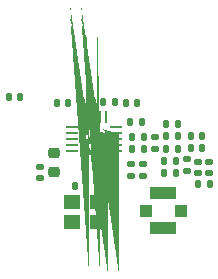
<source format=gbr>
%TF.GenerationSoftware,KiCad,Pcbnew,6.0.11-2627ca5db0~126~ubuntu22.04.1*%
%TF.CreationDate,2023-09-29T09:09:19+02:00*%
%TF.ProjectId,CC1101_868MHz_UFL_RF_Modul_FUEL4EP,43433131-3031-45f3-9836-384d487a5f55,1.5*%
%TF.SameCoordinates,Original*%
%TF.FileFunction,Paste,Top*%
%TF.FilePolarity,Positive*%
%FSLAX46Y46*%
G04 Gerber Fmt 4.6, Leading zero omitted, Abs format (unit mm)*
G04 Created by KiCad (PCBNEW 6.0.11-2627ca5db0~126~ubuntu22.04.1) date 2023-09-29 09:09:19*
%MOMM*%
%LPD*%
G01*
G04 APERTURE LIST*
G04 Aperture macros list*
%AMRoundRect*
0 Rectangle with rounded corners*
0 $1 Rounding radius*
0 $2 $3 $4 $5 $6 $7 $8 $9 X,Y pos of 4 corners*
0 Add a 4 corners polygon primitive as box body*
4,1,4,$2,$3,$4,$5,$6,$7,$8,$9,$2,$3,0*
0 Add four circle primitives for the rounded corners*
1,1,$1+$1,$2,$3*
1,1,$1+$1,$4,$5*
1,1,$1+$1,$6,$7*
1,1,$1+$1,$8,$9*
0 Add four rect primitives between the rounded corners*
20,1,$1+$1,$2,$3,$4,$5,0*
20,1,$1+$1,$4,$5,$6,$7,0*
20,1,$1+$1,$6,$7,$8,$9,0*
20,1,$1+$1,$8,$9,$2,$3,0*%
%AMFreePoly0*
4,1,57,0.212378,0.420986,0.217091,0.421320,0.219625,0.419936,0.226195,0.418983,0.252737,0.401845,0.280456,0.386701,0.386701,0.280456,0.400367,0.262155,0.403938,0.259056,0.404751,0.256283,0.408722,0.250966,0.415371,0.220084,0.424264,0.189771,0.424264,-0.189771,0.420986,-0.212378,0.421320,-0.217092,0.419935,-0.219626,0.418983,-0.226195,0.401847,-0.252734,0.386701,-0.280456,
0.280456,-0.386701,0.262155,-0.400367,0.259056,-0.403938,0.256283,-0.404751,0.250966,-0.408722,0.220084,-0.415371,0.189771,-0.424264,-0.189771,-0.424264,-0.212378,-0.420986,-0.217092,-0.421320,-0.219626,-0.419935,-0.226195,-0.418983,-0.252734,-0.401847,-0.280456,-0.386701,-0.386701,-0.280456,-0.400367,-0.262155,-0.403938,-0.259056,-0.404751,-0.256283,-0.408722,-0.250966,-0.415371,-0.220084,
-0.424264,-0.189771,-0.424264,0.189771,-0.420986,0.212378,-0.421320,0.217091,-0.419936,0.219625,-0.418983,0.226195,-0.401845,0.252737,-0.386701,0.280456,-0.280456,0.386701,-0.262155,0.400367,-0.259056,0.403938,-0.256283,0.404751,-0.250966,0.408722,-0.220084,0.415371,-0.189771,0.424264,0.189771,0.424264,0.212378,0.420986,0.212378,0.420986,$1*%
G04 Aperture macros list end*
%ADD10RoundRect,0.147500X-0.147500X-0.172500X0.147500X-0.172500X0.147500X0.172500X-0.147500X0.172500X0*%
%ADD11RoundRect,0.140000X0.140000X0.170000X-0.140000X0.170000X-0.140000X-0.170000X0.140000X-0.170000X0*%
%ADD12RoundRect,0.147500X0.147500X0.172500X-0.147500X0.172500X-0.147500X-0.172500X0.147500X-0.172500X0*%
%ADD13RoundRect,0.140000X-0.140000X-0.170000X0.140000X-0.170000X0.140000X0.170000X-0.140000X0.170000X0*%
%ADD14RoundRect,0.147500X-0.172500X0.147500X-0.172500X-0.147500X0.172500X-0.147500X0.172500X0.147500X0*%
%ADD15RoundRect,0.140000X0.170000X-0.140000X0.170000X0.140000X-0.170000X0.140000X-0.170000X-0.140000X0*%
%ADD16R,1.000000X1.000000*%
%ADD17R,2.200000X1.050000*%
%ADD18RoundRect,0.140000X-0.170000X0.140000X-0.170000X-0.140000X0.170000X-0.140000X0.170000X0.140000X0*%
%ADD19RoundRect,0.135000X0.135000X0.185000X-0.135000X0.185000X-0.135000X-0.185000X0.135000X-0.185000X0*%
%ADD20R,1.400000X1.200000*%
%ADD21RoundRect,0.225000X-0.250000X0.225000X-0.250000X-0.225000X0.250000X-0.225000X0.250000X0.225000X0*%
%ADD22FreePoly0,0.000000*%
%ADD23RoundRect,0.062500X-0.425000X-0.062500X0.425000X-0.062500X0.425000X0.062500X-0.425000X0.062500X0*%
%ADD24RoundRect,0.062500X-0.062500X-0.425000X0.062500X-0.425000X0.062500X0.425000X-0.062500X0.425000X0*%
G04 APERTURE END LIST*
D10*
%TO.C,L1*%
X11794000Y8892800D03*
X12764000Y8892800D03*
%TD*%
D11*
%TO.C,C14*%
X8478400Y11836400D03*
X7518400Y11836400D03*
%TD*%
D12*
%TO.C,L7*%
X18366600Y4876800D03*
X17396600Y4876800D03*
%TD*%
D10*
%TO.C,L3*%
X14501000Y6858000D03*
X15471000Y6858000D03*
%TD*%
%TO.C,L2*%
X11794000Y7902800D03*
X12764000Y7902800D03*
%TD*%
D11*
%TO.C,C5*%
X17704200Y7925200D03*
X16744200Y7925200D03*
%TD*%
D13*
%TO.C,C3*%
X14506000Y5842000D03*
X15466000Y5842000D03*
%TD*%
D14*
%TO.C,L6*%
X16408400Y6987400D03*
X16408400Y6017400D03*
%TD*%
D15*
%TO.C,C2*%
X13729000Y7904800D03*
X13729000Y8864800D03*
%TD*%
%TO.C,C7*%
X18338800Y5819200D03*
X18338800Y6779200D03*
%TD*%
D16*
%TO.C,JA3*%
X15928000Y2667000D03*
X12928000Y2667000D03*
D17*
X14428000Y1192000D03*
X14428000Y4142000D03*
%TD*%
D18*
%TO.C,C16*%
X4013200Y6372800D03*
X4013200Y5412800D03*
%TD*%
D19*
%TO.C,R1*%
X10365200Y11836400D03*
X9345200Y11836400D03*
%TD*%
D15*
%TO.C,C15*%
X11684000Y5616000D03*
X11684000Y6576000D03*
%TD*%
%TO.C,C17*%
X12700000Y5616000D03*
X12700000Y6576000D03*
%TD*%
D10*
%TO.C,L4*%
X14695600Y8966600D03*
X15665600Y8966600D03*
%TD*%
D20*
%TO.C,Y1*%
X6723200Y1690000D03*
X8923200Y1690000D03*
X8923200Y3390000D03*
X6723200Y3390000D03*
%TD*%
D21*
%TO.C,C13*%
X5207000Y7506000D03*
X5207000Y5956000D03*
%TD*%
D13*
%TO.C,C10*%
X5393000Y11811000D03*
X6353000Y11811000D03*
%TD*%
%TO.C,C4*%
X14680600Y7899800D03*
X15640600Y7899800D03*
%TD*%
D10*
%TO.C,FB1*%
X1340000Y12275000D03*
X2310000Y12275000D03*
%TD*%
D11*
%TO.C,C12*%
X12214800Y11811000D03*
X11254800Y11811000D03*
%TD*%
D10*
%TO.C,L5*%
X16759200Y8941200D03*
X17729200Y8941200D03*
%TD*%
D13*
%TO.C,C11*%
X11645000Y10125000D03*
X12605000Y10125000D03*
%TD*%
%TO.C,C8*%
X6936800Y4724400D03*
X7896800Y4724400D03*
%TD*%
%TO.C,C1*%
X14680600Y9982600D03*
X15640600Y9982600D03*
%TD*%
D15*
%TO.C,C6*%
X17373600Y5819200D03*
X17373600Y6779200D03*
%TD*%
D11*
%TO.C,C9*%
X10081200Y4724400D03*
X9121200Y4724400D03*
%TD*%
D22*
%TO.C,U1*%
X9054000Y8227800D03*
X8104000Y8227800D03*
X8104000Y9177800D03*
X9054000Y9177800D03*
D23*
X6691500Y9702800D03*
X6691500Y9202800D03*
X6691500Y8702800D03*
X6691500Y8202800D03*
X6691500Y7702800D03*
D24*
X7579000Y6815300D03*
X8079000Y6815300D03*
X8579000Y6815300D03*
X9079000Y6815300D03*
X9579000Y6815300D03*
D23*
X10466500Y7702800D03*
X10466500Y8202800D03*
X10466500Y8702800D03*
X10466500Y9202800D03*
X10466500Y9702800D03*
D24*
X9579000Y10590300D03*
X9079000Y10590300D03*
X8579000Y10590300D03*
X8079000Y10590300D03*
X7579000Y10590300D03*
%TD*%
M02*

</source>
